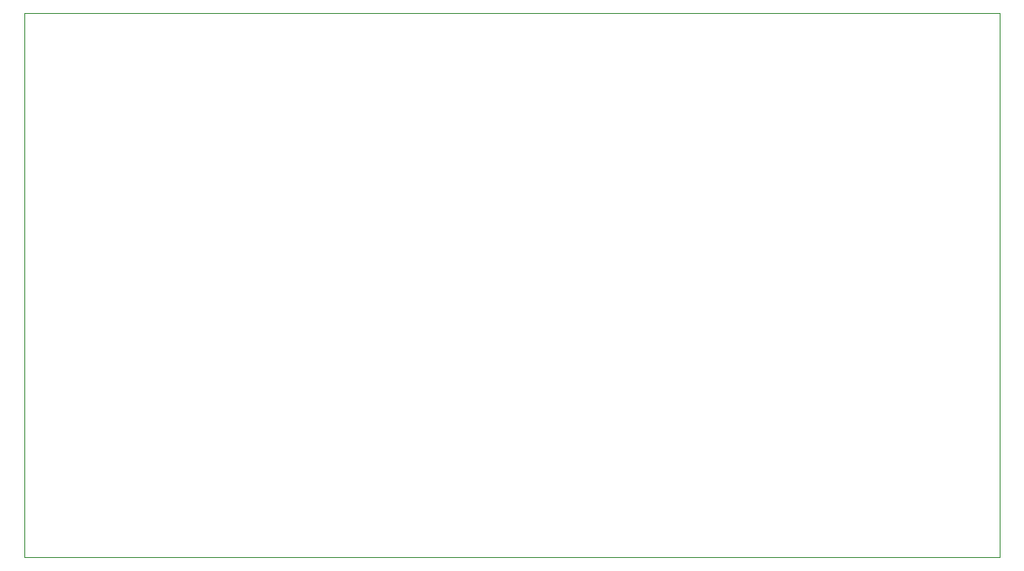
<source format=gbr>
%FSLAX34Y34*%
%MOMM*%
%LNCOPPER_TOP*%
G71*
G01*
%ADD10C, 0.00*%
%ADD11R, 1.10X2.10*%
%ADD12R, 0.30X1.30*%
%ADD13C, 0.40*%
%ADD14C, 1.10*%
%ADD15C, 1.20*%
%ADD16C, 0.30*%
%ADD17R, 2.50X2.00*%
%ADD18R, 2.30X0.40*%
%ADD19R, 3.10X1.20*%
%ADD20C, 1.80*%
%ADD21C, 0.80*%
%ADD22R, 2.20X1.80*%
%ADD23R, 1.60X2.00*%
%ADD24C, 1.00*%
%ADD25R, 1.50X0.40*%
%ADD26C, 6.10*%
%ADD27C, 1.50*%
%ADD28C, 2.50*%
%ADD29R, 1.20X2.30*%
%ADD30R, 2.30X1.20*%
%ADD31R, 3.20X4.30*%
%ADD32C, 2.80*%
%ADD33C, 7.70*%
%ADD34C, 1.80*%
%ADD35C, 1.60*%
%ADD36C, 4.70*%
%ADD37C, 1.40*%
%ADD38C, 2.40*%
%ADD39C, 3.00*%
%ADD40C, 2.20*%
%ADD41C, 4.40*%
%ADD42R, 2.00X1.60*%
%ADD43C, 0.70*%
%ADD44C, 0.20*%
%ADD45C, 3.00*%
%ADD46C, 1.64*%
%ADD47C, 2.44*%
%ADD48C, 1.50*%
%ADD49R, 1.20X0.80*%
%ADD50R, 0.80X1.20*%
%ADD51C, 2.10*%
%ADD52R, 0.40X1.50*%
%ADD53C, 0.50*%
%LPD*%
G54D10*
X0Y0D02*
X950000Y0D01*
X950000Y-530000D01*
X0Y-530000D01*
X0Y0D01*

</source>
